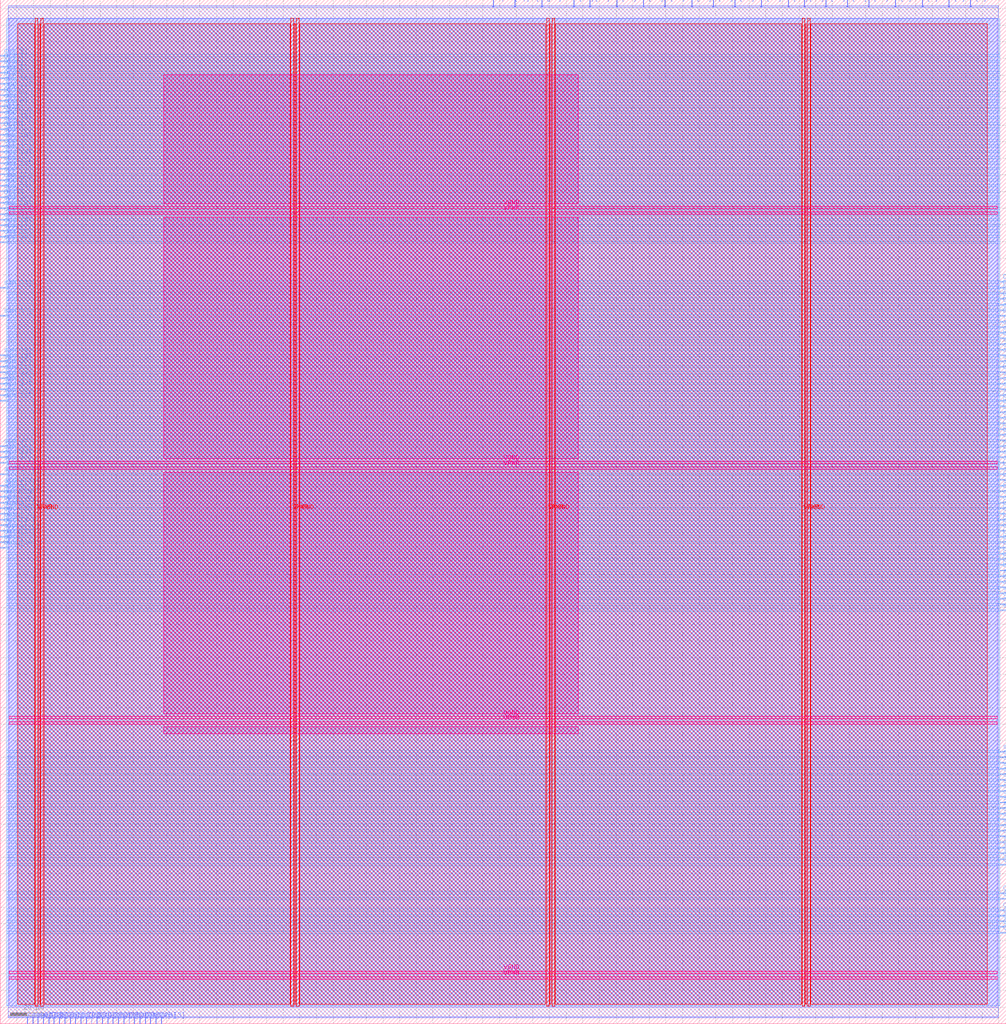
<source format=lef>
VERSION 5.7 ;
  NOWIREEXTENSIONATPIN ON ;
  DIVIDERCHAR "/" ;
  BUSBITCHARS "[]" ;
MACRO inverse_park
  CLASS BLOCK ;
  FOREIGN inverse_park ;
  ORIGIN 0.000 0.000 ;
  SIZE 604.465 BY 615.185 ;
  PIN D[0]
    DIRECTION INPUT ;
    USE SIGNAL ;
    ANTENNAGATEAREA 0.196500 ;
    PORT
      LAYER met3 ;
        RECT 600.465 435.240 604.465 435.840 ;
    END
  END D[0]
  PIN D[10]
    DIRECTION INPUT ;
    USE SIGNAL ;
    ANTENNAGATEAREA 0.159000 ;
    PORT
      LAYER met2 ;
        RECT 521.730 611.185 522.010 615.185 ;
    END
  END D[10]
  PIN D[11]
    DIRECTION INPUT ;
    USE SIGNAL ;
    ANTENNAGATEAREA 0.247500 ;
    PORT
      LAYER met2 ;
        RECT 508.850 611.185 509.130 615.185 ;
    END
  END D[11]
  PIN D[12]
    DIRECTION INPUT ;
    USE SIGNAL ;
    ANTENNAGATEAREA 0.247500 ;
    PORT
      LAYER met2 ;
        RECT 495.970 611.185 496.250 615.185 ;
    END
  END D[12]
  PIN D[13]
    DIRECTION INPUT ;
    USE SIGNAL ;
    ANTENNAGATEAREA 0.159000 ;
    PORT
      LAYER met2 ;
        RECT 483.090 611.185 483.370 615.185 ;
    END
  END D[13]
  PIN D[14]
    DIRECTION INPUT ;
    USE SIGNAL ;
    ANTENNAGATEAREA 0.213000 ;
    PORT
      LAYER met2 ;
        RECT 473.430 611.185 473.710 615.185 ;
    END
  END D[14]
  PIN D[15]
    DIRECTION INPUT ;
    USE SIGNAL ;
    ANTENNAGATEAREA 0.247500 ;
    PORT
      LAYER met2 ;
        RECT 457.330 611.185 457.610 615.185 ;
    END
  END D[15]
  PIN D[16]
    DIRECTION INPUT ;
    USE SIGNAL ;
    ANTENNAGATEAREA 0.159000 ;
    PORT
      LAYER met2 ;
        RECT 441.230 611.185 441.510 615.185 ;
    END
  END D[16]
  PIN D[17]
    DIRECTION INPUT ;
    USE SIGNAL ;
    ANTENNAGATEAREA 0.159000 ;
    PORT
      LAYER met2 ;
        RECT 428.350 611.185 428.630 615.185 ;
    END
  END D[17]
  PIN D[18]
    DIRECTION INPUT ;
    USE SIGNAL ;
    ANTENNAGATEAREA 0.159000 ;
    PORT
      LAYER met2 ;
        RECT 415.470 611.185 415.750 615.185 ;
    END
  END D[18]
  PIN D[19]
    DIRECTION INPUT ;
    USE SIGNAL ;
    ANTENNAGATEAREA 0.213000 ;
    PORT
      LAYER met2 ;
        RECT 399.370 611.185 399.650 615.185 ;
    END
  END D[19]
  PIN D[1]
    DIRECTION INPUT ;
    USE SIGNAL ;
    ANTENNAGATEAREA 0.159000 ;
    PORT
      LAYER met3 ;
        RECT 600.465 431.840 604.465 432.440 ;
    END
  END D[1]
  PIN D[20]
    DIRECTION INPUT ;
    USE SIGNAL ;
    ANTENNAGATEAREA 0.196500 ;
    PORT
      LAYER met2 ;
        RECT 386.490 611.185 386.770 615.185 ;
    END
  END D[20]
  PIN D[21]
    DIRECTION INPUT ;
    USE SIGNAL ;
    ANTENNAGATEAREA 0.196500 ;
    PORT
      LAYER met2 ;
        RECT 370.390 611.185 370.670 615.185 ;
    END
  END D[21]
  PIN D[22]
    DIRECTION INPUT ;
    USE SIGNAL ;
    ANTENNAGATEAREA 0.196500 ;
    PORT
      LAYER met2 ;
        RECT 354.290 611.185 354.570 615.185 ;
    END
  END D[22]
  PIN D[23]
    DIRECTION INPUT ;
    USE SIGNAL ;
    ANTENNAGATEAREA 0.196500 ;
    PORT
      LAYER met2 ;
        RECT 344.630 611.185 344.910 615.185 ;
    END
  END D[23]
  PIN D[24]
    DIRECTION INPUT ;
    USE SIGNAL ;
    ANTENNAGATEAREA 0.213000 ;
    PORT
      LAYER met2 ;
        RECT 325.310 611.185 325.590 615.185 ;
    END
  END D[24]
  PIN D[25]
    DIRECTION INPUT ;
    USE SIGNAL ;
    ANTENNAGATEAREA 0.213000 ;
    PORT
      LAYER met3 ;
        RECT 0.000 578.040 4.000 578.640 ;
    END
  END D[25]
  PIN D[26]
    DIRECTION INPUT ;
    USE SIGNAL ;
    ANTENNAGATEAREA 0.196500 ;
    PORT
      LAYER met3 ;
        RECT 0.000 574.640 4.000 575.240 ;
    END
  END D[26]
  PIN D[27]
    DIRECTION INPUT ;
    USE SIGNAL ;
    ANTENNAGATEAREA 0.196500 ;
    PORT
      LAYER met3 ;
        RECT 0.000 567.840 4.000 568.440 ;
    END
  END D[27]
  PIN D[28]
    DIRECTION INPUT ;
    USE SIGNAL ;
    ANTENNAGATEAREA 0.196500 ;
    PORT
      LAYER met3 ;
        RECT 0.000 557.640 4.000 558.240 ;
    END
  END D[28]
  PIN D[29]
    DIRECTION INPUT ;
    USE SIGNAL ;
    ANTENNAGATEAREA 0.159000 ;
    PORT
      LAYER met3 ;
        RECT 0.000 547.440 4.000 548.040 ;
    END
  END D[29]
  PIN D[2]
    DIRECTION INPUT ;
    USE SIGNAL ;
    ANTENNAGATEAREA 0.213000 ;
    PORT
      LAYER met3 ;
        RECT 600.465 442.040 604.465 442.640 ;
    END
  END D[2]
  PIN D[30]
    DIRECTION INPUT ;
    USE SIGNAL ;
    ANTENNAGATEAREA 0.196500 ;
    PORT
      LAYER met3 ;
        RECT 0.000 537.240 4.000 537.840 ;
    END
  END D[30]
  PIN D[31]
    DIRECTION INPUT ;
    USE SIGNAL ;
    ANTENNAGATEAREA 0.196500 ;
    PORT
      LAYER met3 ;
        RECT 0.000 496.440 4.000 497.040 ;
    END
  END D[31]
  PIN D[3]
    DIRECTION INPUT ;
    USE SIGNAL ;
    ANTENNAGATEAREA 0.213000 ;
    PORT
      LAYER met3 ;
        RECT 600.465 445.440 604.465 446.040 ;
    END
  END D[3]
  PIN D[4]
    DIRECTION INPUT ;
    USE SIGNAL ;
    ANTENNAGATEAREA 0.213000 ;
    PORT
      LAYER met3 ;
        RECT 600.465 438.640 604.465 439.240 ;
    END
  END D[4]
  PIN D[5]
    DIRECTION INPUT ;
    USE SIGNAL ;
    ANTENNAGATEAREA 0.213000 ;
    PORT
      LAYER met3 ;
        RECT 600.465 425.040 604.465 425.640 ;
    END
  END D[5]
  PIN D[6]
    DIRECTION INPUT ;
    USE SIGNAL ;
    ANTENNAGATEAREA 0.196500 ;
    PORT
      LAYER met2 ;
        RECT 582.910 611.185 583.190 615.185 ;
    END
  END D[6]
  PIN D[7]
    DIRECTION INPUT ;
    USE SIGNAL ;
    ANTENNAGATEAREA 0.213000 ;
    PORT
      LAYER met2 ;
        RECT 570.030 611.185 570.310 615.185 ;
    END
  END D[7]
  PIN D[8]
    DIRECTION INPUT ;
    USE SIGNAL ;
    ANTENNAGATEAREA 0.213000 ;
    PORT
      LAYER met2 ;
        RECT 553.930 611.185 554.210 615.185 ;
    END
  END D[8]
  PIN D[9]
    DIRECTION INPUT ;
    USE SIGNAL ;
    ANTENNAGATEAREA 0.213000 ;
    PORT
      LAYER met2 ;
        RECT 537.830 611.185 538.110 615.185 ;
    END
  END D[9]
  PIN Q[0]
    DIRECTION INPUT ;
    USE SIGNAL ;
    ANTENNAGATEAREA 0.196500 ;
    PORT
      LAYER met3 ;
        RECT 600.465 98.640 604.465 99.240 ;
    END
  END Q[0]
  PIN Q[10]
    DIRECTION INPUT ;
    USE SIGNAL ;
    ANTENNAGATEAREA 0.495000 ;
    PORT
      LAYER met3 ;
        RECT 600.465 54.440 604.465 55.040 ;
    END
  END Q[10]
  PIN Q[11]
    DIRECTION INPUT ;
    USE SIGNAL ;
    ANTENNAGATEAREA 0.247500 ;
    PORT
      LAYER met2 ;
        RECT 77.370 0.000 77.650 4.000 ;
    END
  END Q[11]
  PIN Q[12]
    DIRECTION INPUT ;
    USE SIGNAL ;
    ANTENNAGATEAREA 0.247500 ;
    PORT
      LAYER met2 ;
        RECT 80.590 0.000 80.870 4.000 ;
    END
  END Q[12]
  PIN Q[13]
    DIRECTION INPUT ;
    USE SIGNAL ;
    ANTENNAGATEAREA 0.213000 ;
    PORT
      LAYER met2 ;
        RECT 70.930 0.000 71.210 4.000 ;
    END
  END Q[13]
  PIN Q[14]
    DIRECTION INPUT ;
    USE SIGNAL ;
    ANTENNAGATEAREA 0.247500 ;
    PORT
      LAYER met2 ;
        RECT 83.810 0.000 84.090 4.000 ;
    END
  END Q[14]
  PIN Q[15]
    DIRECTION INPUT ;
    USE SIGNAL ;
    ANTENNAGATEAREA 0.213000 ;
    PORT
      LAYER met2 ;
        RECT 74.150 0.000 74.430 4.000 ;
    END
  END Q[15]
  PIN Q[16]
    DIRECTION INPUT ;
    USE SIGNAL ;
    ANTENNAGATEAREA 0.213000 ;
    PORT
      LAYER met2 ;
        RECT 64.490 0.000 64.770 4.000 ;
    END
  END Q[16]
  PIN Q[17]
    DIRECTION INPUT ;
    USE SIGNAL ;
    ANTENNAGATEAREA 0.213000 ;
    PORT
      LAYER met2 ;
        RECT 67.710 0.000 67.990 4.000 ;
    END
  END Q[17]
  PIN Q[18]
    DIRECTION INPUT ;
    USE SIGNAL ;
    ANTENNAGATEAREA 0.196500 ;
    PORT
      LAYER met2 ;
        RECT 87.030 0.000 87.310 4.000 ;
    END
  END Q[18]
  PIN Q[19]
    DIRECTION INPUT ;
    USE SIGNAL ;
    ANTENNAGATEAREA 0.196500 ;
    PORT
      LAYER met2 ;
        RECT 51.610 0.000 51.890 4.000 ;
    END
  END Q[19]
  PIN Q[1]
    DIRECTION INPUT ;
    USE SIGNAL ;
    ANTENNAGATEAREA 0.196500 ;
    PORT
      LAYER met3 ;
        RECT 600.465 102.040 604.465 102.640 ;
    END
  END Q[1]
  PIN Q[20]
    DIRECTION INPUT ;
    USE SIGNAL ;
    ANTENNAGATEAREA 0.196500 ;
    PORT
      LAYER met2 ;
        RECT 48.390 0.000 48.670 4.000 ;
    END
  END Q[20]
  PIN Q[21]
    DIRECTION INPUT ;
    USE SIGNAL ;
    ANTENNAGATEAREA 0.196500 ;
    PORT
      LAYER met2 ;
        RECT 54.830 0.000 55.110 4.000 ;
    END
  END Q[21]
  PIN Q[22]
    DIRECTION INPUT ;
    USE SIGNAL ;
    ANTENNAGATEAREA 0.196500 ;
    PORT
      LAYER met2 ;
        RECT 58.050 0.000 58.330 4.000 ;
    END
  END Q[22]
  PIN Q[23]
    DIRECTION INPUT ;
    USE SIGNAL ;
    ANTENNAGATEAREA 0.196500 ;
    PORT
      LAYER met2 ;
        RECT 61.270 0.000 61.550 4.000 ;
    END
  END Q[23]
  PIN Q[24]
    DIRECTION INPUT ;
    USE SIGNAL ;
    ANTENNAGATEAREA 0.196500 ;
    PORT
      LAYER met2 ;
        RECT 90.250 0.000 90.530 4.000 ;
    END
  END Q[24]
  PIN Q[25]
    DIRECTION INPUT ;
    USE SIGNAL ;
    ANTENNAGATEAREA 0.213000 ;
    PORT
      LAYER met2 ;
        RECT 93.470 0.000 93.750 4.000 ;
    END
  END Q[25]
  PIN Q[26]
    DIRECTION INPUT ;
    USE SIGNAL ;
    ANTENNAGATEAREA 0.196500 ;
    PORT
      LAYER met2 ;
        RECT 35.510 0.000 35.790 4.000 ;
    END
  END Q[26]
  PIN Q[27]
    DIRECTION INPUT ;
    USE SIGNAL ;
    ANTENNAGATEAREA 0.196500 ;
    PORT
      LAYER met2 ;
        RECT 38.730 0.000 39.010 4.000 ;
    END
  END Q[27]
  PIN Q[28]
    DIRECTION INPUT ;
    USE SIGNAL ;
    ANTENNAGATEAREA 0.196500 ;
    PORT
      LAYER met2 ;
        RECT 29.070 0.000 29.350 4.000 ;
    END
  END Q[28]
  PIN Q[29]
    DIRECTION INPUT ;
    USE SIGNAL ;
    ANTENNAGATEAREA 0.213000 ;
    PORT
      LAYER met2 ;
        RECT 25.850 0.000 26.130 4.000 ;
    END
  END Q[29]
  PIN Q[2]
    DIRECTION INPUT ;
    USE SIGNAL ;
    ANTENNAGATEAREA 0.196500 ;
    PORT
      LAYER met3 ;
        RECT 600.465 105.440 604.465 106.040 ;
    END
  END Q[2]
  PIN Q[30]
    DIRECTION INPUT ;
    USE SIGNAL ;
    ANTENNAGATEAREA 0.196500 ;
    PORT
      LAYER met2 ;
        RECT 32.290 0.000 32.570 4.000 ;
    END
  END Q[30]
  PIN Q[31]
    DIRECTION INPUT ;
    USE SIGNAL ;
    ANTENNAGATEAREA 0.159000 ;
    PORT
      LAYER met2 ;
        RECT 41.950 0.000 42.230 4.000 ;
    END
  END Q[31]
  PIN Q[3]
    DIRECTION INPUT ;
    USE SIGNAL ;
    ANTENNAGATEAREA 0.196500 ;
    PORT
      LAYER met3 ;
        RECT 600.465 95.240 604.465 95.840 ;
    END
  END Q[3]
  PIN Q[4]
    DIRECTION INPUT ;
    USE SIGNAL ;
    ANTENNAGATEAREA 0.159000 ;
    PORT
      LAYER met3 ;
        RECT 600.465 74.840 604.465 75.440 ;
    END
  END Q[4]
  PIN Q[5]
    DIRECTION INPUT ;
    USE SIGNAL ;
    ANTENNAGATEAREA 0.196500 ;
    PORT
      LAYER met3 ;
        RECT 600.465 78.240 604.465 78.840 ;
    END
  END Q[5]
  PIN Q[6]
    DIRECTION INPUT ;
    USE SIGNAL ;
    ANTENNAGATEAREA 0.247500 ;
    PORT
      LAYER met3 ;
        RECT 600.465 64.640 604.465 65.240 ;
    END
  END Q[6]
  PIN Q[7]
    DIRECTION INPUT ;
    USE SIGNAL ;
    ANTENNAGATEAREA 0.247500 ;
    PORT
      LAYER met3 ;
        RECT 600.465 61.240 604.465 61.840 ;
    END
  END Q[7]
  PIN Q[8]
    DIRECTION INPUT ;
    USE SIGNAL ;
    ANTENNAGATEAREA 0.247500 ;
    PORT
      LAYER met3 ;
        RECT 600.465 57.840 604.465 58.440 ;
    END
  END Q[8]
  PIN Q[9]
    DIRECTION INPUT ;
    USE SIGNAL ;
    ANTENNAGATEAREA 0.247500 ;
    PORT
      LAYER met3 ;
        RECT 600.465 68.040 604.465 68.640 ;
    END
  END Q[9]
  PIN VGND
    DIRECTION INOUT ;
    USE GROUND ;
    PORT
      LAYER met4 ;
        RECT 24.340 10.640 25.940 604.080 ;
    END
    PORT
      LAYER met4 ;
        RECT 177.940 10.640 179.540 604.080 ;
    END
    PORT
      LAYER met4 ;
        RECT 331.540 10.640 333.140 604.080 ;
    END
    PORT
      LAYER met4 ;
        RECT 485.140 10.640 486.740 604.080 ;
    END
    PORT
      LAYER met5 ;
        RECT 5.280 30.030 599.160 31.630 ;
    END
    PORT
      LAYER met5 ;
        RECT 5.280 183.210 599.160 184.810 ;
    END
    PORT
      LAYER met5 ;
        RECT 5.280 336.390 599.160 337.990 ;
    END
    PORT
      LAYER met5 ;
        RECT 5.280 489.570 599.160 491.170 ;
    END
  END VGND
  PIN VPWR
    DIRECTION INOUT ;
    USE POWER ;
    PORT
      LAYER met4 ;
        RECT 21.040 10.640 22.640 604.080 ;
    END
    PORT
      LAYER met4 ;
        RECT 174.640 10.640 176.240 604.080 ;
    END
    PORT
      LAYER met4 ;
        RECT 328.240 10.640 329.840 604.080 ;
    END
    PORT
      LAYER met4 ;
        RECT 481.840 10.640 483.440 604.080 ;
    END
    PORT
      LAYER met5 ;
        RECT 5.280 26.730 599.160 28.330 ;
    END
    PORT
      LAYER met5 ;
        RECT 5.280 179.910 599.160 181.510 ;
    END
    PORT
      LAYER met5 ;
        RECT 5.280 333.090 599.160 334.690 ;
    END
    PORT
      LAYER met5 ;
        RECT 5.280 486.270 599.160 487.870 ;
    END
  END VPWR
  PIN alpha[0]
    DIRECTION OUTPUT ;
    USE SIGNAL ;
    ANTENNADIFFAREA 0.445500 ;
    PORT
      LAYER met3 ;
        RECT 600.465 418.240 604.465 418.840 ;
    END
  END alpha[0]
  PIN alpha[10]
    DIRECTION OUTPUT ;
    USE SIGNAL ;
    ANTENNADIFFAREA 0.795200 ;
    PORT
      LAYER met3 ;
        RECT 600.465 360.440 604.465 361.040 ;
    END
  END alpha[10]
  PIN alpha[11]
    DIRECTION OUTPUT ;
    USE SIGNAL ;
    ANTENNADIFFAREA 0.445500 ;
    PORT
      LAYER met3 ;
        RECT 600.465 350.240 604.465 350.840 ;
    END
  END alpha[11]
  PIN alpha[12]
    DIRECTION OUTPUT ;
    USE SIGNAL ;
    ANTENNADIFFAREA 0.795200 ;
    PORT
      LAYER met3 ;
        RECT 600.465 408.040 604.465 408.640 ;
    END
  END alpha[12]
  PIN alpha[13]
    DIRECTION OUTPUT ;
    USE SIGNAL ;
    ANTENNADIFFAREA 0.445500 ;
    PORT
      LAYER met3 ;
        RECT 600.465 397.840 604.465 398.440 ;
    END
  END alpha[13]
  PIN alpha[14]
    DIRECTION OUTPUT ;
    USE SIGNAL ;
    ANTENNADIFFAREA 0.795200 ;
    PORT
      LAYER met3 ;
        RECT 600.465 346.840 604.465 347.440 ;
    END
  END alpha[14]
  PIN alpha[15]
    DIRECTION OUTPUT ;
    USE SIGNAL ;
    ANTENNADIFFAREA 0.795200 ;
    PORT
      LAYER met3 ;
        RECT 600.465 329.840 604.465 330.440 ;
    END
  END alpha[15]
  PIN alpha[16]
    DIRECTION OUTPUT ;
    USE SIGNAL ;
    ANTENNADIFFAREA 0.445500 ;
    PORT
      LAYER met3 ;
        RECT 600.465 248.240 604.465 248.840 ;
    END
  END alpha[16]
  PIN alpha[17]
    DIRECTION OUTPUT ;
    USE SIGNAL ;
    ANTENNADIFFAREA 0.445500 ;
    PORT
      LAYER met3 ;
        RECT 600.465 340.040 604.465 340.640 ;
    END
  END alpha[17]
  PIN alpha[18]
    DIRECTION OUTPUT ;
    USE SIGNAL ;
    ANTENNADIFFAREA 0.445500 ;
    PORT
      LAYER met3 ;
        RECT 600.465 336.640 604.465 337.240 ;
    END
  END alpha[18]
  PIN alpha[19]
    DIRECTION OUTPUT ;
    USE SIGNAL ;
    ANTENNADIFFAREA 0.795200 ;
    PORT
      LAYER met3 ;
        RECT 600.465 255.040 604.465 255.640 ;
    END
  END alpha[19]
  PIN alpha[1]
    DIRECTION OUTPUT ;
    USE SIGNAL ;
    ANTENNADIFFAREA 0.445500 ;
    PORT
      LAYER met3 ;
        RECT 600.465 394.440 604.465 395.040 ;
    END
  END alpha[1]
  PIN alpha[20]
    DIRECTION OUTPUT ;
    USE SIGNAL ;
    ANTENNADIFFAREA 0.445500 ;
    PORT
      LAYER met3 ;
        RECT 600.465 258.440 604.465 259.040 ;
    END
  END alpha[20]
  PIN alpha[21]
    DIRECTION OUTPUT ;
    USE SIGNAL ;
    ANTENNADIFFAREA 0.445500 ;
    PORT
      LAYER met3 ;
        RECT 600.465 251.640 604.465 252.240 ;
    END
  END alpha[21]
  PIN alpha[22]
    DIRECTION OUTPUT ;
    USE SIGNAL ;
    ANTENNADIFFAREA 0.445500 ;
    PORT
      LAYER met3 ;
        RECT 600.465 316.240 604.465 316.840 ;
    END
  END alpha[22]
  PIN alpha[23]
    DIRECTION OUTPUT ;
    USE SIGNAL ;
    ANTENNADIFFAREA 0.445500 ;
    PORT
      LAYER met3 ;
        RECT 600.465 261.840 604.465 262.440 ;
    END
  END alpha[23]
  PIN alpha[24]
    DIRECTION OUTPUT ;
    USE SIGNAL ;
    ANTENNADIFFAREA 0.795200 ;
    PORT
      LAYER met2 ;
        RECT 309.210 611.185 309.490 615.185 ;
    END
  END alpha[24]
  PIN alpha[25]
    DIRECTION OUTPUT ;
    USE SIGNAL ;
    ANTENNADIFFAREA 0.445500 ;
    PORT
      LAYER met3 ;
        RECT 600.465 268.640 604.465 269.240 ;
    END
  END alpha[25]
  PIN alpha[26]
    DIRECTION OUTPUT ;
    USE SIGNAL ;
    ANTENNADIFFAREA 0.795200 ;
    PORT
      LAYER met3 ;
        RECT 0.000 295.840 4.000 296.440 ;
    END
  END alpha[26]
  PIN alpha[27]
    DIRECTION OUTPUT ;
    USE SIGNAL ;
    ANTENNADIFFAREA 0.795200 ;
    PORT
      LAYER met2 ;
        RECT 296.330 611.185 296.610 615.185 ;
    END
  END alpha[27]
  PIN alpha[28]
    DIRECTION OUTPUT ;
    USE SIGNAL ;
    ANTENNADIFFAREA 0.795200 ;
    PORT
      LAYER met3 ;
        RECT 0.000 309.440 4.000 310.040 ;
    END
  END alpha[28]
  PIN alpha[29]
    DIRECTION OUTPUT ;
    USE SIGNAL ;
    ANTENNADIFFAREA 0.795200 ;
    PORT
      LAYER met3 ;
        RECT 0.000 319.640 4.000 320.240 ;
    END
  END alpha[29]
  PIN alpha[2]
    DIRECTION OUTPUT ;
    USE SIGNAL ;
    ANTENNADIFFAREA 0.795200 ;
    PORT
      LAYER met3 ;
        RECT 600.465 404.640 604.465 405.240 ;
    END
  END alpha[2]
  PIN alpha[30]
    DIRECTION OUTPUT ;
    USE SIGNAL ;
    ANTENNADIFFAREA 0.795200 ;
    PORT
      LAYER met3 ;
        RECT 0.000 329.840 4.000 330.440 ;
    END
  END alpha[30]
  PIN alpha[31]
    DIRECTION OUTPUT ;
    USE SIGNAL ;
    ANTENNADIFFAREA 0.795200 ;
    PORT
      LAYER met3 ;
        RECT 0.000 323.040 4.000 323.640 ;
    END
  END alpha[31]
  PIN alpha[3]
    DIRECTION OUTPUT ;
    USE SIGNAL ;
    ANTENNADIFFAREA 0.445500 ;
    PORT
      LAYER met3 ;
        RECT 600.465 414.840 604.465 415.440 ;
    END
  END alpha[3]
  PIN alpha[4]
    DIRECTION OUTPUT ;
    USE SIGNAL ;
    ANTENNADIFFAREA 0.445500 ;
    PORT
      LAYER met3 ;
        RECT 600.465 380.840 604.465 381.440 ;
    END
  END alpha[4]
  PIN alpha[5]
    DIRECTION OUTPUT ;
    USE SIGNAL ;
    ANTENNADIFFAREA 0.795200 ;
    PORT
      LAYER met3 ;
        RECT 600.465 384.240 604.465 384.840 ;
    END
  END alpha[5]
  PIN alpha[6]
    DIRECTION OUTPUT ;
    USE SIGNAL ;
    ANTENNADIFFAREA 0.795200 ;
    PORT
      LAYER met3 ;
        RECT 600.465 377.440 604.465 378.040 ;
    END
  END alpha[6]
  PIN alpha[7]
    DIRECTION OUTPUT ;
    USE SIGNAL ;
    ANTENNADIFFAREA 0.445500 ;
    PORT
      LAYER met3 ;
        RECT 600.465 387.640 604.465 388.240 ;
    END
  END alpha[7]
  PIN alpha[8]
    DIRECTION OUTPUT ;
    USE SIGNAL ;
    ANTENNADIFFAREA 0.795200 ;
    PORT
      LAYER met3 ;
        RECT 600.465 363.840 604.465 364.440 ;
    END
  END alpha[8]
  PIN alpha[9]
    DIRECTION OUTPUT ;
    USE SIGNAL ;
    ANTENNADIFFAREA 0.795200 ;
    PORT
      LAYER met3 ;
        RECT 600.465 401.240 604.465 401.840 ;
    END
  END alpha[9]
  PIN beta[0]
    DIRECTION OUTPUT ;
    USE SIGNAL ;
    ANTENNADIFFAREA 0.795200 ;
    PORT
      LAYER met3 ;
        RECT 600.465 411.440 604.465 412.040 ;
    END
  END beta[0]
  PIN beta[10]
    DIRECTION OUTPUT ;
    USE SIGNAL ;
    ANTENNADIFFAREA 0.795200 ;
    PORT
      LAYER met3 ;
        RECT 600.465 319.640 604.465 320.240 ;
    END
  END beta[10]
  PIN beta[11]
    DIRECTION OUTPUT ;
    USE SIGNAL ;
    ANTENNADIFFAREA 0.445500 ;
    PORT
      LAYER met3 ;
        RECT 600.465 265.240 604.465 265.840 ;
    END
  END beta[11]
  PIN beta[12]
    DIRECTION OUTPUT ;
    USE SIGNAL ;
    ANTENNADIFFAREA 0.795200 ;
    PORT
      LAYER met3 ;
        RECT 600.465 306.040 604.465 306.640 ;
    END
  END beta[12]
  PIN beta[13]
    DIRECTION OUTPUT ;
    USE SIGNAL ;
    ANTENNADIFFAREA 0.795200 ;
    PORT
      LAYER met3 ;
        RECT 600.465 309.440 604.465 310.040 ;
    END
  END beta[13]
  PIN beta[14]
    DIRECTION OUTPUT ;
    USE SIGNAL ;
    ANTENNADIFFAREA 0.445500 ;
    PORT
      LAYER met3 ;
        RECT 600.465 272.040 604.465 272.640 ;
    END
  END beta[14]
  PIN beta[15]
    DIRECTION OUTPUT ;
    USE SIGNAL ;
    ANTENNADIFFAREA 0.795200 ;
    PORT
      LAYER met3 ;
        RECT 600.465 278.840 604.465 279.440 ;
    END
  END beta[15]
  PIN beta[16]
    DIRECTION OUTPUT ;
    USE SIGNAL ;
    ANTENNADIFFAREA 0.445500 ;
    PORT
      LAYER met3 ;
        RECT 600.465 289.040 604.465 289.640 ;
    END
  END beta[16]
  PIN beta[17]
    DIRECTION OUTPUT ;
    USE SIGNAL ;
    ANTENNADIFFAREA 0.445500 ;
    PORT
      LAYER met3 ;
        RECT 600.465 285.640 604.465 286.240 ;
    END
  END beta[17]
  PIN beta[18]
    DIRECTION OUTPUT ;
    USE SIGNAL ;
    ANTENNADIFFAREA 0.795200 ;
    PORT
      LAYER met3 ;
        RECT 600.465 282.240 604.465 282.840 ;
    END
  END beta[18]
  PIN beta[19]
    DIRECTION OUTPUT ;
    USE SIGNAL ;
    ANTENNADIFFAREA 0.795200 ;
    PORT
      LAYER met3 ;
        RECT 600.465 299.240 604.465 299.840 ;
    END
  END beta[19]
  PIN beta[1]
    DIRECTION OUTPUT ;
    USE SIGNAL ;
    ANTENNADIFFAREA 0.445500 ;
    PORT
      LAYER met3 ;
        RECT 600.465 391.040 604.465 391.640 ;
    END
  END beta[1]
  PIN beta[20]
    DIRECTION OUTPUT ;
    USE SIGNAL ;
    ANTENNADIFFAREA 0.795200 ;
    PORT
      LAYER met3 ;
        RECT 600.465 302.640 604.465 303.240 ;
    END
  END beta[20]
  PIN beta[21]
    DIRECTION OUTPUT ;
    USE SIGNAL ;
    ANTENNADIFFAREA 0.795200 ;
    PORT
      LAYER met3 ;
        RECT 600.465 292.440 604.465 293.040 ;
    END
  END beta[21]
  PIN beta[22]
    DIRECTION OUTPUT ;
    USE SIGNAL ;
    ANTENNADIFFAREA 0.795200 ;
    PORT
      LAYER met3 ;
        RECT 600.465 275.440 604.465 276.040 ;
    END
  END beta[22]
  PIN beta[23]
    DIRECTION OUTPUT ;
    USE SIGNAL ;
    ANTENNADIFFAREA 0.795200 ;
    PORT
      LAYER met3 ;
        RECT 600.465 295.840 604.465 296.440 ;
    END
  END beta[23]
  PIN beta[24]
    DIRECTION OUTPUT ;
    USE SIGNAL ;
    ANTENNADIFFAREA 0.795200 ;
    PORT
      LAYER met3 ;
        RECT 0.000 299.240 4.000 299.840 ;
    END
  END beta[24]
  PIN beta[25]
    DIRECTION OUTPUT ;
    USE SIGNAL ;
    ANTENNADIFFAREA 0.795200 ;
    PORT
      LAYER met3 ;
        RECT 0.000 306.040 4.000 306.640 ;
    END
  END beta[25]
  PIN beta[26]
    DIRECTION OUTPUT ;
    USE SIGNAL ;
    ANTENNADIFFAREA 0.795200 ;
    PORT
      LAYER met3 ;
        RECT 0.000 312.840 4.000 313.440 ;
    END
  END beta[26]
  PIN beta[27]
    DIRECTION OUTPUT ;
    USE SIGNAL ;
    ANTENNADIFFAREA 0.795200 ;
    PORT
      LAYER met3 ;
        RECT 0.000 292.440 4.000 293.040 ;
    END
  END beta[27]
  PIN beta[28]
    DIRECTION OUTPUT ;
    USE SIGNAL ;
    ANTENNADIFFAREA 0.795200 ;
    PORT
      LAYER met3 ;
        RECT 0.000 285.640 4.000 286.240 ;
    END
  END beta[28]
  PIN beta[29]
    DIRECTION OUTPUT ;
    USE SIGNAL ;
    ANTENNADIFFAREA 0.795200 ;
    PORT
      LAYER met3 ;
        RECT 0.000 316.240 4.000 316.840 ;
    END
  END beta[29]
  PIN beta[2]
    DIRECTION OUTPUT ;
    USE SIGNAL ;
    ANTENNADIFFAREA 0.445500 ;
    PORT
      LAYER met3 ;
        RECT 600.465 374.040 604.465 374.640 ;
    END
  END beta[2]
  PIN beta[30]
    DIRECTION OUTPUT ;
    USE SIGNAL ;
    ANTENNADIFFAREA 0.795200 ;
    PORT
      LAYER met3 ;
        RECT 0.000 302.640 4.000 303.240 ;
    END
  END beta[30]
  PIN beta[31]
    DIRECTION OUTPUT ;
    USE SIGNAL ;
    ANTENNADIFFAREA 0.795200 ;
    PORT
      LAYER met3 ;
        RECT 0.000 289.040 4.000 289.640 ;
    END
  END beta[31]
  PIN beta[3]
    DIRECTION OUTPUT ;
    USE SIGNAL ;
    ANTENNADIFFAREA 0.795200 ;
    PORT
      LAYER met3 ;
        RECT 600.465 367.240 604.465 367.840 ;
    END
  END beta[3]
  PIN beta[4]
    DIRECTION OUTPUT ;
    USE SIGNAL ;
    ANTENNADIFFAREA 0.795200 ;
    PORT
      LAYER met3 ;
        RECT 600.465 353.640 604.465 354.240 ;
    END
  END beta[4]
  PIN beta[5]
    DIRECTION OUTPUT ;
    USE SIGNAL ;
    ANTENNADIFFAREA 0.795200 ;
    PORT
      LAYER met3 ;
        RECT 600.465 357.040 604.465 357.640 ;
    END
  END beta[5]
  PIN beta[6]
    DIRECTION OUTPUT ;
    USE SIGNAL ;
    ANTENNADIFFAREA 0.795200 ;
    PORT
      LAYER met3 ;
        RECT 600.465 370.640 604.465 371.240 ;
    END
  END beta[6]
  PIN beta[7]
    DIRECTION OUTPUT ;
    USE SIGNAL ;
    ANTENNADIFFAREA 0.795200 ;
    PORT
      LAYER met3 ;
        RECT 600.465 343.440 604.465 344.040 ;
    END
  END beta[7]
  PIN beta[8]
    DIRECTION OUTPUT ;
    USE SIGNAL ;
    ANTENNADIFFAREA 0.795200 ;
    PORT
      LAYER met3 ;
        RECT 600.465 326.440 604.465 327.040 ;
    END
  END beta[8]
  PIN beta[9]
    DIRECTION OUTPUT ;
    USE SIGNAL ;
    ANTENNADIFFAREA 0.795200 ;
    PORT
      LAYER met3 ;
        RECT 600.465 333.240 604.465 333.840 ;
    END
  END beta[9]
  PIN clk
    DIRECTION INPUT ;
    USE SIGNAL ;
    ANTENNAGATEAREA 0.852000 ;
    PORT
      LAYER met3 ;
        RECT 600.465 428.440 604.465 429.040 ;
    END
  END clk
  PIN cos[0]
    DIRECTION INPUT ;
    USE SIGNAL ;
    ANTENNAGATEAREA 0.495000 ;
    PORT
      LAYER met2 ;
        RECT 16.190 0.000 16.470 4.000 ;
    END
  END cos[0]
  PIN cos[10]
    DIRECTION INPUT ;
    USE SIGNAL ;
    ANTENNAGATEAREA 0.213000 ;
    PORT
      LAYER met3 ;
        RECT 0.000 564.440 4.000 565.040 ;
    END
  END cos[10]
  PIN cos[11]
    DIRECTION INPUT ;
    USE SIGNAL ;
    ANTENNAGATEAREA 0.426000 ;
    PORT
      LAYER met3 ;
        RECT 0.000 561.040 4.000 561.640 ;
    END
  END cos[11]
  PIN cos[12]
    DIRECTION INPUT ;
    USE SIGNAL ;
    ANTENNAGATEAREA 0.213000 ;
    PORT
      LAYER met3 ;
        RECT 0.000 544.040 4.000 544.640 ;
    END
  END cos[12]
  PIN cos[13]
    DIRECTION INPUT ;
    USE SIGNAL ;
    ANTENNAGATEAREA 0.196500 ;
    PORT
      LAYER met3 ;
        RECT 0.000 540.640 4.000 541.240 ;
    END
  END cos[13]
  PIN cos[14]
    DIRECTION INPUT ;
    USE SIGNAL ;
    ANTENNAGATEAREA 0.196500 ;
    PORT
      LAYER met3 ;
        RECT 0.000 533.840 4.000 534.440 ;
    END
  END cos[14]
  PIN cos[15]
    DIRECTION INPUT ;
    USE SIGNAL ;
    ANTENNAGATEAREA 0.196500 ;
    PORT
      LAYER met3 ;
        RECT 0.000 530.440 4.000 531.040 ;
    END
  END cos[15]
  PIN cos[16]
    DIRECTION INPUT ;
    USE SIGNAL ;
    ANTENNAGATEAREA 0.159000 ;
    PORT
      LAYER met3 ;
        RECT 0.000 527.040 4.000 527.640 ;
    END
  END cos[16]
  PIN cos[17]
    DIRECTION INPUT ;
    USE SIGNAL ;
    ANTENNAGATEAREA 0.159000 ;
    PORT
      LAYER met3 ;
        RECT 0.000 523.640 4.000 524.240 ;
    END
  END cos[17]
  PIN cos[18]
    DIRECTION INPUT ;
    USE SIGNAL ;
    ANTENNAGATEAREA 0.159000 ;
    PORT
      LAYER met3 ;
        RECT 0.000 520.240 4.000 520.840 ;
    END
  END cos[18]
  PIN cos[19]
    DIRECTION INPUT ;
    USE SIGNAL ;
    ANTENNAGATEAREA 0.196500 ;
    PORT
      LAYER met3 ;
        RECT 0.000 516.840 4.000 517.440 ;
    END
  END cos[19]
  PIN cos[1]
    DIRECTION INPUT ;
    USE SIGNAL ;
    ANTENNAGATEAREA 0.495000 ;
    PORT
      LAYER met2 ;
        RECT 22.630 0.000 22.910 4.000 ;
    END
  END cos[1]
  PIN cos[20]
    DIRECTION INPUT ;
    USE SIGNAL ;
    ANTENNAGATEAREA 0.196500 ;
    PORT
      LAYER met3 ;
        RECT 0.000 513.440 4.000 514.040 ;
    END
  END cos[20]
  PIN cos[21]
    DIRECTION INPUT ;
    USE SIGNAL ;
    ANTENNAGATEAREA 0.159000 ;
    PORT
      LAYER met3 ;
        RECT 0.000 503.240 4.000 503.840 ;
    END
  END cos[21]
  PIN cos[22]
    DIRECTION INPUT ;
    USE SIGNAL ;
    ANTENNAGATEAREA 0.196500 ;
    PORT
      LAYER met3 ;
        RECT 0.000 506.640 4.000 507.240 ;
    END
  END cos[22]
  PIN cos[23]
    DIRECTION INPUT ;
    USE SIGNAL ;
    ANTENNAGATEAREA 0.213000 ;
    PORT
      LAYER met3 ;
        RECT 0.000 499.840 4.000 500.440 ;
    END
  END cos[23]
  PIN cos[24]
    DIRECTION INPUT ;
    USE SIGNAL ;
    ANTENNAGATEAREA 0.196500 ;
    PORT
      LAYER met3 ;
        RECT 0.000 493.040 4.000 493.640 ;
    END
  END cos[24]
  PIN cos[25]
    DIRECTION INPUT ;
    USE SIGNAL ;
    ANTENNAGATEAREA 0.196500 ;
    PORT
      LAYER met3 ;
        RECT 0.000 489.640 4.000 490.240 ;
    END
  END cos[25]
  PIN cos[26]
    DIRECTION INPUT ;
    USE SIGNAL ;
    ANTENNAGATEAREA 0.159000 ;
    PORT
      LAYER met3 ;
        RECT 0.000 486.240 4.000 486.840 ;
    END
  END cos[26]
  PIN cos[27]
    DIRECTION INPUT ;
    USE SIGNAL ;
    ANTENNAGATEAREA 0.213000 ;
    PORT
      LAYER met3 ;
        RECT 0.000 476.040 4.000 476.640 ;
    END
  END cos[27]
  PIN cos[28]
    DIRECTION INPUT ;
    USE SIGNAL ;
    ANTENNAGATEAREA 0.213000 ;
    PORT
      LAYER met3 ;
        RECT 0.000 472.640 4.000 473.240 ;
    END
  END cos[28]
  PIN cos[29]
    DIRECTION INPUT ;
    USE SIGNAL ;
    ANTENNAGATEAREA 0.159000 ;
    PORT
      LAYER met3 ;
        RECT 0.000 469.240 4.000 469.840 ;
    END
  END cos[29]
  PIN cos[2]
    DIRECTION INPUT ;
    USE SIGNAL ;
    ANTENNAGATEAREA 0.495000 ;
    PORT
      LAYER met2 ;
        RECT 45.170 0.000 45.450 4.000 ;
    END
  END cos[2]
  PIN cos[30]
    DIRECTION INPUT ;
    USE SIGNAL ;
    ANTENNAGATEAREA 0.196500 ;
    PORT
      LAYER met3 ;
        RECT 0.000 479.440 4.000 480.040 ;
    END
  END cos[30]
  PIN cos[31]
    DIRECTION INPUT ;
    USE SIGNAL ;
    ANTENNAGATEAREA 0.196500 ;
    PORT
      LAYER met3 ;
        RECT 0.000 510.040 4.000 510.640 ;
    END
  END cos[31]
  PIN cos[3]
    DIRECTION INPUT ;
    USE SIGNAL ;
    ANTENNAGATEAREA 0.426000 ;
    PORT
      LAYER met2 ;
        RECT 96.690 0.000 96.970 4.000 ;
    END
  END cos[3]
  PIN cos[4]
    DIRECTION INPUT ;
    USE SIGNAL ;
    ANTENNAGATEAREA 0.247500 ;
    PORT
      LAYER met2 ;
        RECT 19.410 0.000 19.690 4.000 ;
    END
  END cos[4]
  PIN cos[5]
    DIRECTION INPUT ;
    USE SIGNAL ;
    ANTENNAGATEAREA 0.213000 ;
    PORT
      LAYER met3 ;
        RECT 0.000 581.440 4.000 582.040 ;
    END
  END cos[5]
  PIN cos[6]
    DIRECTION INPUT ;
    USE SIGNAL ;
    ANTENNAGATEAREA 0.213000 ;
    PORT
      LAYER met3 ;
        RECT 0.000 571.240 4.000 571.840 ;
    END
  END cos[6]
  PIN cos[7]
    DIRECTION INPUT ;
    USE SIGNAL ;
    ANTENNAGATEAREA 0.213000 ;
    PORT
      LAYER met3 ;
        RECT 0.000 554.240 4.000 554.840 ;
    END
  END cos[7]
  PIN cos[8]
    DIRECTION INPUT ;
    USE SIGNAL ;
    ANTENNAGATEAREA 0.213000 ;
    PORT
      LAYER met3 ;
        RECT 0.000 550.840 4.000 551.440 ;
    END
  END cos[8]
  PIN cos[9]
    DIRECTION INPUT ;
    USE SIGNAL ;
    ANTENNAGATEAREA 0.213000 ;
    PORT
      LAYER met3 ;
        RECT 0.000 482.840 4.000 483.440 ;
    END
  END cos[9]
  PIN done
    DIRECTION OUTPUT ;
    USE SIGNAL ;
    ANTENNADIFFAREA 0.445500 ;
    PORT
      LAYER met3 ;
        RECT 600.465 312.840 604.465 313.440 ;
    END
  END done
  PIN rstb
    DIRECTION INPUT ;
    USE SIGNAL ;
    ANTENNAGATEAREA 0.196500 ;
    PORT
      LAYER met3 ;
        RECT 600.465 421.640 604.465 422.240 ;
    END
  END rstb
  PIN sin[0]
    DIRECTION INPUT ;
    USE SIGNAL ;
    ANTENNAGATEAREA 0.495000 ;
    PORT
      LAYER met3 ;
        RECT 600.465 108.840 604.465 109.440 ;
    END
  END sin[0]
  PIN sin[10]
    DIRECTION INPUT ;
    USE SIGNAL ;
    ANTENNAGATEAREA 0.213000 ;
    PORT
      LAYER met3 ;
        RECT 600.465 129.240 604.465 129.840 ;
    END
  END sin[10]
  PIN sin[11]
    DIRECTION INPUT ;
    USE SIGNAL ;
    ANTENNAGATEAREA 0.426000 ;
    PORT
      LAYER met3 ;
        RECT 600.465 132.640 604.465 133.240 ;
    END
  END sin[11]
  PIN sin[12]
    DIRECTION INPUT ;
    USE SIGNAL ;
    ANTENNAGATEAREA 0.196500 ;
    PORT
      LAYER met3 ;
        RECT 600.465 149.640 604.465 150.240 ;
    END
  END sin[12]
  PIN sin[13]
    DIRECTION INPUT ;
    USE SIGNAL ;
    ANTENNAGATEAREA 0.126000 ;
    PORT
      LAYER met3 ;
        RECT 600.465 153.040 604.465 153.640 ;
    END
  END sin[13]
  PIN sin[14]
    DIRECTION INPUT ;
    USE SIGNAL ;
    ANTENNAGATEAREA 0.213000 ;
    PORT
      LAYER met3 ;
        RECT 600.465 146.240 604.465 146.840 ;
    END
  END sin[14]
  PIN sin[15]
    DIRECTION INPUT ;
    USE SIGNAL ;
    ANTENNAGATEAREA 0.495000 ;
    PORT
      LAYER met3 ;
        RECT 600.465 156.440 604.465 157.040 ;
    END
  END sin[15]
  PIN sin[16]
    DIRECTION INPUT ;
    USE SIGNAL ;
    ANTENNAGATEAREA 0.426000 ;
    PORT
      LAYER met3 ;
        RECT 600.465 159.840 604.465 160.440 ;
    END
  END sin[16]
  PIN sin[17]
    DIRECTION INPUT ;
    USE SIGNAL ;
    ANTENNAGATEAREA 0.196500 ;
    PORT
      LAYER met3 ;
        RECT 0.000 425.040 4.000 425.640 ;
    END
  END sin[17]
  PIN sin[18]
    DIRECTION INPUT ;
    USE SIGNAL ;
    ANTENNAGATEAREA 0.196500 ;
    PORT
      LAYER met3 ;
        RECT 0.000 401.240 4.000 401.840 ;
    END
  END sin[18]
  PIN sin[19]
    DIRECTION INPUT ;
    USE SIGNAL ;
    ANTENNAGATEAREA 0.247500 ;
    PORT
      LAYER met3 ;
        RECT 0.000 397.840 4.000 398.440 ;
    END
  END sin[19]
  PIN sin[1]
    DIRECTION INPUT ;
    USE SIGNAL ;
    ANTENNAGATEAREA 0.742500 ;
    PORT
      LAYER met3 ;
        RECT 600.465 112.240 604.465 112.840 ;
    END
  END sin[1]
  PIN sin[20]
    DIRECTION INPUT ;
    USE SIGNAL ;
    ANTENNAGATEAREA 0.159000 ;
    PORT
      LAYER met3 ;
        RECT 0.000 394.440 4.000 395.040 ;
    END
  END sin[20]
  PIN sin[21]
    DIRECTION INPUT ;
    USE SIGNAL ;
    ANTENNAGATEAREA 0.196500 ;
    PORT
      LAYER met3 ;
        RECT 0.000 391.040 4.000 391.640 ;
    END
  END sin[21]
  PIN sin[22]
    DIRECTION INPUT ;
    USE SIGNAL ;
    ANTENNAGATEAREA 0.196500 ;
    PORT
      LAYER met3 ;
        RECT 0.000 387.640 4.000 388.240 ;
    END
  END sin[22]
  PIN sin[23]
    DIRECTION INPUT ;
    USE SIGNAL ;
    ANTENNAGATEAREA 0.213000 ;
    PORT
      LAYER met3 ;
        RECT 0.000 384.240 4.000 384.840 ;
    END
  END sin[23]
  PIN sin[24]
    DIRECTION INPUT ;
    USE SIGNAL ;
    ANTENNAGATEAREA 0.196500 ;
    PORT
      LAYER met3 ;
        RECT 0.000 380.840 4.000 381.440 ;
    END
  END sin[24]
  PIN sin[25]
    DIRECTION INPUT ;
    USE SIGNAL ;
    ANTENNAGATEAREA 0.196500 ;
    PORT
      LAYER met3 ;
        RECT 0.000 377.440 4.000 378.040 ;
    END
  END sin[25]
  PIN sin[26]
    DIRECTION INPUT ;
    USE SIGNAL ;
    ANTENNAGATEAREA 0.196500 ;
    PORT
      LAYER met3 ;
        RECT 0.000 374.040 4.000 374.640 ;
    END
  END sin[26]
  PIN sin[27]
    DIRECTION INPUT ;
    USE SIGNAL ;
    ANTENNAGATEAREA 0.196500 ;
    PORT
      LAYER met3 ;
        RECT 0.000 346.840 4.000 347.440 ;
    END
  END sin[27]
  PIN sin[28]
    DIRECTION INPUT ;
    USE SIGNAL ;
    ANTENNAGATEAREA 0.159000 ;
    PORT
      LAYER met3 ;
        RECT 0.000 343.440 4.000 344.040 ;
    END
  END sin[28]
  PIN sin[29]
    DIRECTION INPUT ;
    USE SIGNAL ;
    ANTENNAGATEAREA 0.159000 ;
    PORT
      LAYER met3 ;
        RECT 0.000 340.040 4.000 340.640 ;
    END
  END sin[29]
  PIN sin[2]
    DIRECTION INPUT ;
    USE SIGNAL ;
    ANTENNAGATEAREA 0.196500 ;
    PORT
      LAYER met3 ;
        RECT 600.465 115.640 604.465 116.240 ;
    END
  END sin[2]
  PIN sin[30]
    DIRECTION INPUT ;
    USE SIGNAL ;
    ANTENNAGATEAREA 0.159000 ;
    PORT
      LAYER met3 ;
        RECT 0.000 336.640 4.000 337.240 ;
    END
  END sin[30]
  PIN sin[31]
    DIRECTION INPUT ;
    USE SIGNAL ;
    ANTENNAGATEAREA 0.196500 ;
    PORT
      LAYER met3 ;
        RECT 0.000 442.040 4.000 442.640 ;
    END
  END sin[31]
  PIN sin[3]
    DIRECTION INPUT ;
    USE SIGNAL ;
    ANTENNAGATEAREA 0.196500 ;
    PORT
      LAYER met3 ;
        RECT 600.465 119.040 604.465 119.640 ;
    END
  END sin[3]
  PIN sin[4]
    DIRECTION INPUT ;
    USE SIGNAL ;
    ANTENNAGATEAREA 0.196500 ;
    PORT
      LAYER met3 ;
        RECT 600.465 122.440 604.465 123.040 ;
    END
  END sin[4]
  PIN sin[5]
    DIRECTION INPUT ;
    USE SIGNAL ;
    ANTENNAGATEAREA 0.426000 ;
    PORT
      LAYER met3 ;
        RECT 600.465 125.840 604.465 126.440 ;
    END
  END sin[5]
  PIN sin[6]
    DIRECTION INPUT ;
    USE SIGNAL ;
    ANTENNAGATEAREA 0.213000 ;
    PORT
      LAYER met3 ;
        RECT 600.465 136.040 604.465 136.640 ;
    END
  END sin[6]
  PIN sin[7]
    DIRECTION INPUT ;
    USE SIGNAL ;
    ANTENNAGATEAREA 0.495000 ;
    PORT
      LAYER met3 ;
        RECT 600.465 139.440 604.465 140.040 ;
    END
  END sin[7]
  PIN sin[8]
    DIRECTION INPUT ;
    USE SIGNAL ;
    ANTENNAGATEAREA 0.196500 ;
    PORT
      LAYER met3 ;
        RECT 600.465 142.840 604.465 143.440 ;
    END
  END sin[8]
  PIN sin[9]
    DIRECTION INPUT ;
    USE SIGNAL ;
    ANTENNAGATEAREA 0.213000 ;
    PORT
      LAYER met3 ;
        RECT 600.465 163.240 604.465 163.840 ;
    END
  END sin[9]
  PIN start
    DIRECTION INPUT ;
    USE SIGNAL ;
    ANTENNAGATEAREA 0.213000 ;
    PORT
      LAYER met3 ;
        RECT 600.465 323.040 604.465 323.640 ;
    END
  END start
  OBS
      LAYER li1 ;
        RECT 5.520 10.795 598.920 603.925 ;
      LAYER met1 ;
        RECT 4.670 9.900 599.770 604.080 ;
      LAYER met2 ;
        RECT 4.690 610.905 296.050 611.730 ;
        RECT 296.890 610.905 308.930 611.730 ;
        RECT 309.770 610.905 325.030 611.730 ;
        RECT 325.870 610.905 344.350 611.730 ;
        RECT 345.190 610.905 354.010 611.730 ;
        RECT 354.850 610.905 370.110 611.730 ;
        RECT 370.950 610.905 386.210 611.730 ;
        RECT 387.050 610.905 399.090 611.730 ;
        RECT 399.930 610.905 415.190 611.730 ;
        RECT 416.030 610.905 428.070 611.730 ;
        RECT 428.910 610.905 440.950 611.730 ;
        RECT 441.790 610.905 457.050 611.730 ;
        RECT 457.890 610.905 473.150 611.730 ;
        RECT 473.990 610.905 482.810 611.730 ;
        RECT 483.650 610.905 495.690 611.730 ;
        RECT 496.530 610.905 508.570 611.730 ;
        RECT 509.410 610.905 521.450 611.730 ;
        RECT 522.290 610.905 537.550 611.730 ;
        RECT 538.390 610.905 553.650 611.730 ;
        RECT 554.490 610.905 569.750 611.730 ;
        RECT 570.590 610.905 582.630 611.730 ;
        RECT 583.470 610.905 599.750 611.730 ;
        RECT 4.690 4.280 599.750 610.905 ;
        RECT 4.690 3.670 15.910 4.280 ;
        RECT 16.750 3.670 19.130 4.280 ;
        RECT 19.970 3.670 22.350 4.280 ;
        RECT 23.190 3.670 25.570 4.280 ;
        RECT 26.410 3.670 28.790 4.280 ;
        RECT 29.630 3.670 32.010 4.280 ;
        RECT 32.850 3.670 35.230 4.280 ;
        RECT 36.070 3.670 38.450 4.280 ;
        RECT 39.290 3.670 41.670 4.280 ;
        RECT 42.510 3.670 44.890 4.280 ;
        RECT 45.730 3.670 48.110 4.280 ;
        RECT 48.950 3.670 51.330 4.280 ;
        RECT 52.170 3.670 54.550 4.280 ;
        RECT 55.390 3.670 57.770 4.280 ;
        RECT 58.610 3.670 60.990 4.280 ;
        RECT 61.830 3.670 64.210 4.280 ;
        RECT 65.050 3.670 67.430 4.280 ;
        RECT 68.270 3.670 70.650 4.280 ;
        RECT 71.490 3.670 73.870 4.280 ;
        RECT 74.710 3.670 77.090 4.280 ;
        RECT 77.930 3.670 80.310 4.280 ;
        RECT 81.150 3.670 83.530 4.280 ;
        RECT 84.370 3.670 86.750 4.280 ;
        RECT 87.590 3.670 89.970 4.280 ;
        RECT 90.810 3.670 93.190 4.280 ;
        RECT 94.030 3.670 96.410 4.280 ;
        RECT 97.250 3.670 599.750 4.280 ;
      LAYER met3 ;
        RECT 3.990 582.440 600.465 604.005 ;
        RECT 4.400 581.040 600.465 582.440 ;
        RECT 3.990 579.040 600.465 581.040 ;
        RECT 4.400 577.640 600.465 579.040 ;
        RECT 3.990 575.640 600.465 577.640 ;
        RECT 4.400 574.240 600.465 575.640 ;
        RECT 3.990 572.240 600.465 574.240 ;
        RECT 4.400 570.840 600.465 572.240 ;
        RECT 3.990 568.840 600.465 570.840 ;
        RECT 4.400 567.440 600.465 568.840 ;
        RECT 3.990 565.440 600.465 567.440 ;
        RECT 4.400 564.040 600.465 565.440 ;
        RECT 3.990 562.040 600.465 564.040 ;
        RECT 4.400 560.640 600.465 562.040 ;
        RECT 3.990 558.640 600.465 560.640 ;
        RECT 4.400 557.240 600.465 558.640 ;
        RECT 3.990 555.240 600.465 557.240 ;
        RECT 4.400 553.840 600.465 555.240 ;
        RECT 3.990 551.840 600.465 553.840 ;
        RECT 4.400 550.440 600.465 551.840 ;
        RECT 3.990 548.440 600.465 550.440 ;
        RECT 4.400 547.040 600.465 548.440 ;
        RECT 3.990 545.040 600.465 547.040 ;
        RECT 4.400 543.640 600.465 545.040 ;
        RECT 3.990 541.640 600.465 543.640 ;
        RECT 4.400 540.240 600.465 541.640 ;
        RECT 3.990 538.240 600.465 540.240 ;
        RECT 4.400 536.840 600.465 538.240 ;
        RECT 3.990 534.840 600.465 536.840 ;
        RECT 4.400 533.440 600.465 534.840 ;
        RECT 3.990 531.440 600.465 533.440 ;
        RECT 4.400 530.040 600.465 531.440 ;
        RECT 3.990 528.040 600.465 530.040 ;
        RECT 4.400 526.640 600.465 528.040 ;
        RECT 3.990 524.640 600.465 526.640 ;
        RECT 4.400 523.240 600.465 524.640 ;
        RECT 3.990 521.240 600.465 523.240 ;
        RECT 4.400 519.840 600.465 521.240 ;
        RECT 3.990 517.840 600.465 519.840 ;
        RECT 4.400 516.440 600.465 517.840 ;
        RECT 3.990 514.440 600.465 516.440 ;
        RECT 4.400 513.040 600.465 514.440 ;
        RECT 3.990 511.040 600.465 513.040 ;
        RECT 4.400 509.640 600.465 511.040 ;
        RECT 3.990 507.640 600.465 509.640 ;
        RECT 4.400 506.240 600.465 507.640 ;
        RECT 3.990 504.240 600.465 506.240 ;
        RECT 4.400 502.840 600.465 504.240 ;
        RECT 3.990 500.840 600.465 502.840 ;
        RECT 4.400 499.440 600.465 500.840 ;
        RECT 3.990 497.440 600.465 499.440 ;
        RECT 4.400 496.040 600.465 497.440 ;
        RECT 3.990 494.040 600.465 496.040 ;
        RECT 4.400 492.640 600.465 494.040 ;
        RECT 3.990 490.640 600.465 492.640 ;
        RECT 4.400 489.240 600.465 490.640 ;
        RECT 3.990 487.240 600.465 489.240 ;
        RECT 4.400 485.840 600.465 487.240 ;
        RECT 3.990 483.840 600.465 485.840 ;
        RECT 4.400 482.440 600.465 483.840 ;
        RECT 3.990 480.440 600.465 482.440 ;
        RECT 4.400 479.040 600.465 480.440 ;
        RECT 3.990 477.040 600.465 479.040 ;
        RECT 4.400 475.640 600.465 477.040 ;
        RECT 3.990 473.640 600.465 475.640 ;
        RECT 4.400 472.240 600.465 473.640 ;
        RECT 3.990 470.240 600.465 472.240 ;
        RECT 4.400 468.840 600.465 470.240 ;
        RECT 3.990 446.440 600.465 468.840 ;
        RECT 3.990 445.040 600.065 446.440 ;
        RECT 3.990 443.040 600.465 445.040 ;
        RECT 4.400 441.640 600.065 443.040 ;
        RECT 3.990 439.640 600.465 441.640 ;
        RECT 3.990 438.240 600.065 439.640 ;
        RECT 3.990 436.240 600.465 438.240 ;
        RECT 3.990 434.840 600.065 436.240 ;
        RECT 3.990 432.840 600.465 434.840 ;
        RECT 3.990 431.440 600.065 432.840 ;
        RECT 3.990 429.440 600.465 431.440 ;
        RECT 3.990 428.040 600.065 429.440 ;
        RECT 3.990 426.040 600.465 428.040 ;
        RECT 4.400 424.640 600.065 426.040 ;
        RECT 3.990 422.640 600.465 424.640 ;
        RECT 3.990 421.240 600.065 422.640 ;
        RECT 3.990 419.240 600.465 421.240 ;
        RECT 3.990 417.840 600.065 419.240 ;
        RECT 3.990 415.840 600.465 417.840 ;
        RECT 3.990 414.440 600.065 415.840 ;
        RECT 3.990 412.440 600.465 414.440 ;
        RECT 3.990 411.040 600.065 412.440 ;
        RECT 3.990 409.040 600.465 411.040 ;
        RECT 3.990 407.640 600.065 409.040 ;
        RECT 3.990 405.640 600.465 407.640 ;
        RECT 3.990 404.240 600.065 405.640 ;
        RECT 3.990 402.240 600.465 404.240 ;
        RECT 4.400 400.840 600.065 402.240 ;
        RECT 3.990 398.840 600.465 400.840 ;
        RECT 4.400 397.440 600.065 398.840 ;
        RECT 3.990 395.440 600.465 397.440 ;
        RECT 4.400 394.040 600.065 395.440 ;
        RECT 3.990 392.040 600.465 394.040 ;
        RECT 4.400 390.640 600.065 392.040 ;
        RECT 3.990 388.640 600.465 390.640 ;
        RECT 4.400 387.240 600.065 388.640 ;
        RECT 3.990 385.240 600.465 387.240 ;
        RECT 4.400 383.840 600.065 385.240 ;
        RECT 3.990 381.840 600.465 383.840 ;
        RECT 4.400 380.440 600.065 381.840 ;
        RECT 3.990 378.440 600.465 380.440 ;
        RECT 4.400 377.040 600.065 378.440 ;
        RECT 3.990 375.040 600.465 377.040 ;
        RECT 4.400 373.640 600.065 375.040 ;
        RECT 3.990 371.640 600.465 373.640 ;
        RECT 3.990 370.240 600.065 371.640 ;
        RECT 3.990 368.240 600.465 370.240 ;
        RECT 3.990 366.840 600.065 368.240 ;
        RECT 3.990 364.840 600.465 366.840 ;
        RECT 3.990 363.440 600.065 364.840 ;
        RECT 3.990 361.440 600.465 363.440 ;
        RECT 3.990 360.040 600.065 361.440 ;
        RECT 3.990 358.040 600.465 360.040 ;
        RECT 3.990 356.640 600.065 358.040 ;
        RECT 3.990 354.640 600.465 356.640 ;
        RECT 3.990 353.240 600.065 354.640 ;
        RECT 3.990 351.240 600.465 353.240 ;
        RECT 3.990 349.840 600.065 351.240 ;
        RECT 3.990 347.840 600.465 349.840 ;
        RECT 4.400 346.440 600.065 347.840 ;
        RECT 3.990 344.440 600.465 346.440 ;
        RECT 4.400 343.040 600.065 344.440 ;
        RECT 3.990 341.040 600.465 343.040 ;
        RECT 4.400 339.640 600.065 341.040 ;
        RECT 3.990 337.640 600.465 339.640 ;
        RECT 4.400 336.240 600.065 337.640 ;
        RECT 3.990 334.240 600.465 336.240 ;
        RECT 3.990 332.840 600.065 334.240 ;
        RECT 3.990 330.840 600.465 332.840 ;
        RECT 4.400 329.440 600.065 330.840 ;
        RECT 3.990 327.440 600.465 329.440 ;
        RECT 3.990 326.040 600.065 327.440 ;
        RECT 3.990 324.040 600.465 326.040 ;
        RECT 4.400 322.640 600.065 324.040 ;
        RECT 3.990 320.640 600.465 322.640 ;
        RECT 4.400 319.240 600.065 320.640 ;
        RECT 3.990 317.240 600.465 319.240 ;
        RECT 4.400 315.840 600.065 317.240 ;
        RECT 3.990 313.840 600.465 315.840 ;
        RECT 4.400 312.440 600.065 313.840 ;
        RECT 3.990 310.440 600.465 312.440 ;
        RECT 4.400 309.040 600.065 310.440 ;
        RECT 3.990 307.040 600.465 309.040 ;
        RECT 4.400 305.640 600.065 307.040 ;
        RECT 3.990 303.640 600.465 305.640 ;
        RECT 4.400 302.240 600.065 303.640 ;
        RECT 3.990 300.240 600.465 302.240 ;
        RECT 4.400 298.840 600.065 300.240 ;
        RECT 3.990 296.840 600.465 298.840 ;
        RECT 4.400 295.440 600.065 296.840 ;
        RECT 3.990 293.440 600.465 295.440 ;
        RECT 4.400 292.040 600.065 293.440 ;
        RECT 3.990 290.040 600.465 292.040 ;
        RECT 4.400 288.640 600.065 290.040 ;
        RECT 3.990 286.640 600.465 288.640 ;
        RECT 4.400 285.240 600.065 286.640 ;
        RECT 3.990 283.240 600.465 285.240 ;
        RECT 3.990 281.840 600.065 283.240 ;
        RECT 3.990 279.840 600.465 281.840 ;
        RECT 3.990 278.440 600.065 279.840 ;
        RECT 3.990 276.440 600.465 278.440 ;
        RECT 3.990 275.040 600.065 276.440 ;
        RECT 3.990 273.040 600.465 275.040 ;
        RECT 3.990 271.640 600.065 273.040 ;
        RECT 3.990 269.640 600.465 271.640 ;
        RECT 3.990 268.240 600.065 269.640 ;
        RECT 3.990 266.240 600.465 268.240 ;
        RECT 3.990 264.840 600.065 266.240 ;
        RECT 3.990 262.840 600.465 264.840 ;
        RECT 3.990 261.440 600.065 262.840 ;
        RECT 3.990 259.440 600.465 261.440 ;
        RECT 3.990 258.040 600.065 259.440 ;
        RECT 3.990 256.040 600.465 258.040 ;
        RECT 3.990 254.640 600.065 256.040 ;
        RECT 3.990 252.640 600.465 254.640 ;
        RECT 3.990 251.240 600.065 252.640 ;
        RECT 3.990 249.240 600.465 251.240 ;
        RECT 3.990 247.840 600.065 249.240 ;
        RECT 3.990 164.240 600.465 247.840 ;
        RECT 3.990 162.840 600.065 164.240 ;
        RECT 3.990 160.840 600.465 162.840 ;
        RECT 3.990 159.440 600.065 160.840 ;
        RECT 3.990 157.440 600.465 159.440 ;
        RECT 3.990 156.040 600.065 157.440 ;
        RECT 3.990 154.040 600.465 156.040 ;
        RECT 3.990 152.640 600.065 154.040 ;
        RECT 3.990 150.640 600.465 152.640 ;
        RECT 3.990 149.240 600.065 150.640 ;
        RECT 3.990 147.240 600.465 149.240 ;
        RECT 3.990 145.840 600.065 147.240 ;
        RECT 3.990 143.840 600.465 145.840 ;
        RECT 3.990 142.440 600.065 143.840 ;
        RECT 3.990 140.440 600.465 142.440 ;
        RECT 3.990 139.040 600.065 140.440 ;
        RECT 3.990 137.040 600.465 139.040 ;
        RECT 3.990 135.640 600.065 137.040 ;
        RECT 3.990 133.640 600.465 135.640 ;
        RECT 3.990 132.240 600.065 133.640 ;
        RECT 3.990 130.240 600.465 132.240 ;
        RECT 3.990 128.840 600.065 130.240 ;
        RECT 3.990 126.840 600.465 128.840 ;
        RECT 3.990 125.440 600.065 126.840 ;
        RECT 3.990 123.440 600.465 125.440 ;
        RECT 3.990 122.040 600.065 123.440 ;
        RECT 3.990 120.040 600.465 122.040 ;
        RECT 3.990 118.640 600.065 120.040 ;
        RECT 3.990 116.640 600.465 118.640 ;
        RECT 3.990 115.240 600.065 116.640 ;
        RECT 3.990 113.240 600.465 115.240 ;
        RECT 3.990 111.840 600.065 113.240 ;
        RECT 3.990 109.840 600.465 111.840 ;
        RECT 3.990 108.440 600.065 109.840 ;
        RECT 3.990 106.440 600.465 108.440 ;
        RECT 3.990 105.040 600.065 106.440 ;
        RECT 3.990 103.040 600.465 105.040 ;
        RECT 3.990 101.640 600.065 103.040 ;
        RECT 3.990 99.640 600.465 101.640 ;
        RECT 3.990 98.240 600.065 99.640 ;
        RECT 3.990 96.240 600.465 98.240 ;
        RECT 3.990 94.840 600.065 96.240 ;
        RECT 3.990 79.240 600.465 94.840 ;
        RECT 3.990 77.840 600.065 79.240 ;
        RECT 3.990 75.840 600.465 77.840 ;
        RECT 3.990 74.440 600.065 75.840 ;
        RECT 3.990 69.040 600.465 74.440 ;
        RECT 3.990 67.640 600.065 69.040 ;
        RECT 3.990 65.640 600.465 67.640 ;
        RECT 3.990 64.240 600.065 65.640 ;
        RECT 3.990 62.240 600.465 64.240 ;
        RECT 3.990 60.840 600.065 62.240 ;
        RECT 3.990 58.840 600.465 60.840 ;
        RECT 3.990 57.440 600.065 58.840 ;
        RECT 3.990 55.440 600.465 57.440 ;
        RECT 3.990 54.040 600.065 55.440 ;
        RECT 3.990 10.715 600.465 54.040 ;
      LAYER met4 ;
        RECT 10.415 11.735 20.640 600.945 ;
        RECT 23.040 11.735 23.940 600.945 ;
        RECT 26.340 11.735 174.240 600.945 ;
        RECT 176.640 11.735 177.540 600.945 ;
        RECT 179.940 11.735 327.840 600.945 ;
        RECT 330.240 11.735 331.140 600.945 ;
        RECT 333.540 11.735 481.440 600.945 ;
        RECT 483.840 11.735 484.740 600.945 ;
        RECT 487.140 11.735 593.105 600.945 ;
      LAYER met5 ;
        RECT 98.100 492.770 347.180 570.300 ;
        RECT 98.100 339.590 347.180 484.670 ;
        RECT 98.100 186.410 347.180 331.490 ;
        RECT 98.100 174.300 347.180 178.310 ;
  END
END inverse_park
END LIBRARY


</source>
